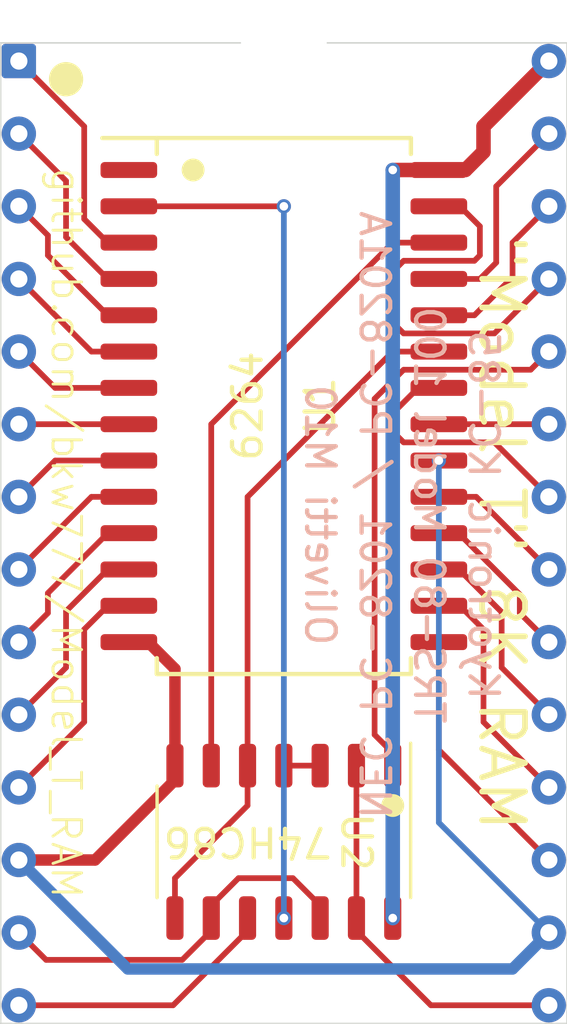
<source format=kicad_pcb>
(kicad_pcb (version 20171130) (host pcbnew 5.1.9-73d0e3b20d~88~ubuntu20.10.1)

  (general
    (thickness 1.6)
    (drawings 12)
    (tracks 128)
    (zones 0)
    (modules 4)
    (nets 32)
  )

  (page A4)
  (title_block
    (title "Model T 8K RAM Module b")
    (date 2021-04-13)
    (rev 001)
    (company b.kenyon.w@gmail.com)
  )

  (layers
    (0 F.Cu signal)
    (31 B.Cu signal)
    (32 B.Adhes user hide)
    (33 F.Adhes user hide)
    (34 B.Paste user hide)
    (35 F.Paste user hide)
    (36 B.SilkS user)
    (37 F.SilkS user)
    (38 B.Mask user)
    (39 F.Mask user)
    (40 Dwgs.User user)
    (41 Cmts.User user hide)
    (42 Eco1.User user hide)
    (43 Eco2.User user hide)
    (44 Edge.Cuts user)
    (45 Margin user hide)
    (46 B.CrtYd user hide)
    (47 F.CrtYd user hide)
  )

  (setup
    (last_trace_width 0.2)
    (user_trace_width 0.4)
    (trace_clearance 0.2)
    (zone_clearance 0.508)
    (zone_45_only no)
    (trace_min 0.2)
    (via_size 0.5)
    (via_drill 0.3)
    (via_min_size 0.5)
    (via_min_drill 0.3)
    (user_via 1.2 0.6)
    (uvia_size 0.5)
    (uvia_drill 0.3)
    (uvias_allowed no)
    (uvia_min_size 0.5)
    (uvia_min_drill 0.3)
    (edge_width 0.05)
    (segment_width 0.2)
    (pcb_text_width 0.3)
    (pcb_text_size 1.5 1.5)
    (mod_edge_width 0.12)
    (mod_text_size 1 1)
    (mod_text_width 0.15)
    (pad_size 1.524 1.524)
    (pad_drill 0.762)
    (pad_to_mask_clearance 0)
    (solder_mask_min_width 0.22)
    (aux_axis_origin 0 0)
    (grid_origin 147.32 99.06)
    (visible_elements FFFFFF7F)
    (pcbplotparams
      (layerselection 0x010f0_ffffffff)
      (usegerberextensions false)
      (usegerberattributes true)
      (usegerberadvancedattributes true)
      (creategerberjobfile true)
      (excludeedgelayer true)
      (linewidth 0.100000)
      (plotframeref false)
      (viasonmask false)
      (mode 1)
      (useauxorigin false)
      (hpglpennumber 1)
      (hpglpenspeed 20)
      (hpglpendiameter 15.000000)
      (psnegative false)
      (psa4output false)
      (plotreference true)
      (plotvalue true)
      (plotinvisibletext false)
      (padsonsilk false)
      (subtractmaskfromsilk false)
      (outputformat 1)
      (mirror false)
      (drillshape 0)
      (scaleselection 1)
      (outputdirectory "GERBER_Model_T_RAM_b"))
  )

  (net 0 "")
  (net 1 /~CS_C)
  (net 2 /~CS_D)
  (net 3 GND)
  (net 4 /~CS_A)
  (net 5 /~CS_B)
  (net 6 VCC)
  (net 7 /CE2)
  (net 8 /A11)
  (net 9 /A12)
  (net 10 "Net-(U2-Pad3)")
  (net 11 /A7)
  (net 12 /A6)
  (net 13 /A5)
  (net 14 /AD3)
  (net 15 /A4)
  (net 16 /AD4)
  (net 17 /A3)
  (net 18 /AD5)
  (net 19 /A2)
  (net 20 /AD6)
  (net 21 /A1)
  (net 22 /AD7)
  (net 23 /A0)
  (net 24 /~OE)
  (net 25 /AD0)
  (net 26 /A10)
  (net 27 /AD1)
  (net 28 /AD2)
  (net 29 /~WE)
  (net 30 /A9)
  (net 31 /A8)

  (net_class Default "This is the default net class."
    (clearance 0.2)
    (trace_width 0.2)
    (via_dia 0.5)
    (via_drill 0.3)
    (uvia_dia 0.5)
    (uvia_drill 0.3)
    (add_net /A0)
    (add_net /A1)
    (add_net /A10)
    (add_net /A11)
    (add_net /A12)
    (add_net /A2)
    (add_net /A3)
    (add_net /A4)
    (add_net /A5)
    (add_net /A6)
    (add_net /A7)
    (add_net /A8)
    (add_net /A9)
    (add_net /AD0)
    (add_net /AD1)
    (add_net /AD2)
    (add_net /AD3)
    (add_net /AD4)
    (add_net /AD5)
    (add_net /AD6)
    (add_net /AD7)
    (add_net /CE2)
    (add_net /~CS_A)
    (add_net /~CS_B)
    (add_net /~CS_C)
    (add_net /~CS_D)
    (add_net /~OE)
    (add_net /~WE)
    (add_net GND)
    (add_net "Net-(U2-Pad3)")
    (add_net VCC)
  )

  (module 000_LOCAL:NPTH_3mm (layer F.Cu) (tedit 6074CF23) (tstamp 60764103)
    (at 147.32 81.915)
    (fp_text reference REF** (at 0 2 unlocked) (layer F.SilkS) hide
      (effects (font (size 1 1) (thickness 0.1)))
    )
    (fp_text value NPTH_3mm (at 0 -2) (layer F.Fab)
      (effects (font (size 1 1) (thickness 0.1)))
    )
    (pad "" np_thru_hole circle (at 0 0) (size 3 3) (drill 3) (layers *.Cu *.Mask))
  )

  (module 000_LOCAL:SOIC-14_3.9x8.7mm_P1.27mm (layer F.Cu) (tedit 6074EE1A) (tstamp 6075251B)
    (at 147.32 109.855 270)
    (descr "SOIC, 14 Pin (JEDEC MS-012AB, https://www.analog.com/media/en/package-pcb-resources/package/pkg_pdf/soic_narrow-r/r_14.pdf), generated with kicad-footprint-generator ipc_gullwing_generator.py")
    (tags "SOIC SO")
    (path /60785C24)
    (attr smd)
    (fp_text reference U2 (at 0 -2.54 270 unlocked) (layer F.SilkS)
      (effects (font (size 1 1) (thickness 0.15)))
    )
    (fp_text value 74HC86 (at 0 1.27 180 unlocked) (layer F.SilkS)
      (effects (font (size 1 1) (thickness 0.15)))
    )
    (fp_line (start 0 4.435) (end 1.95 4.435) (layer F.SilkS) (width 0.12))
    (fp_line (start 0 4.435) (end -1.95 4.435) (layer F.SilkS) (width 0.12))
    (fp_line (start 0 -4.435) (end 1.95 -4.435) (layer F.SilkS) (width 0.12))
    (fp_line (start 0 -4.435) (end -3.45 -4.435) (layer F.SilkS) (width 0.12))
    (fp_line (start -0.975 -4.325) (end 1.95 -4.325) (layer F.Fab) (width 0.1))
    (fp_line (start 1.95 -4.325) (end 1.95 4.325) (layer F.Fab) (width 0.1))
    (fp_line (start 1.95 4.325) (end -1.95 4.325) (layer F.Fab) (width 0.1))
    (fp_line (start -1.95 4.325) (end -1.95 -3.35) (layer F.Fab) (width 0.1))
    (fp_line (start -1.95 -3.35) (end -0.975 -4.325) (layer F.Fab) (width 0.1))
    (fp_line (start -3.7 -4.58) (end -3.7 4.58) (layer F.CrtYd) (width 0.05))
    (fp_line (start -3.7 4.58) (end 3.7 4.58) (layer F.CrtYd) (width 0.05))
    (fp_line (start 3.7 4.58) (end 3.7 -4.58) (layer F.CrtYd) (width 0.05))
    (fp_line (start 3.7 -4.58) (end -3.7 -4.58) (layer F.CrtYd) (width 0.05))
    (fp_text user %R (at 0 0 90) (layer F.Fab)
      (effects (font (size 0.98 0.98) (thickness 0.15)))
    )
    (pad 14 smd roundrect (at 2.6655 -3.81 270) (size 1.524 0.6) (layers F.Cu F.Paste F.Mask) (roundrect_rratio 0.25)
      (net 6 VCC))
    (pad 13 smd roundrect (at 2.6655 -2.54 270) (size 1.524 0.6) (layers F.Cu F.Paste F.Mask) (roundrect_rratio 0.25)
      (net 1 /~CS_C))
    (pad 12 smd roundrect (at 2.6655 -1.27 270) (size 1.524 0.6) (layers F.Cu F.Paste F.Mask) (roundrect_rratio 0.25)
      (net 4 /~CS_A))
    (pad 11 smd roundrect (at 2.6655 0 270) (size 1.524 0.6) (layers F.Cu F.Paste F.Mask) (roundrect_rratio 0.25)
      (net 9 /A12))
    (pad 10 smd roundrect (at 2.6655 1.27 270) (size 1.524 0.6) (layers F.Cu F.Paste F.Mask) (roundrect_rratio 0.25)
      (net 5 /~CS_B))
    (pad 9 smd roundrect (at 2.6655 2.54 270) (size 1.524 0.6) (layers F.Cu F.Paste F.Mask) (roundrect_rratio 0.25)
      (net 4 /~CS_A))
    (pad 8 smd roundrect (at 2.6655 3.81 270) (size 1.524 0.6) (layers F.Cu F.Paste F.Mask) (roundrect_rratio 0.25)
      (net 8 /A11))
    (pad 7 smd roundrect (at -2.6655 3.81 270) (size 1.524 0.6) (layers F.Cu F.Paste F.Mask) (roundrect_rratio 0.25)
      (net 3 GND))
    (pad 6 smd roundrect (at -2.6655 2.54 270) (size 1.524 0.6) (layers F.Cu F.Paste F.Mask) (roundrect_rratio 0.25)
      (net 7 /CE2))
    (pad 5 smd roundrect (at -2.6655 1.27 270) (size 1.524 0.6) (layers F.Cu F.Paste F.Mask) (roundrect_rratio 0.25)
      (net 8 /A11))
    (pad 4 smd roundrect (at -2.6655 0 270) (size 1.524 0.6) (layers F.Cu F.Paste F.Mask) (roundrect_rratio 0.25)
      (net 10 "Net-(U2-Pad3)"))
    (pad 3 smd roundrect (at -2.6655 -1.27 270) (size 1.524 0.6) (layers F.Cu F.Paste F.Mask) (roundrect_rratio 0.25)
      (net 10 "Net-(U2-Pad3)"))
    (pad 2 smd roundrect (at -2.6655 -2.54 270) (size 1.524 0.6) (layers F.Cu F.Paste F.Mask) (roundrect_rratio 0.25)
      (net 1 /~CS_C))
    (pad 1 smd roundrect (at -2.6655 -3.81 270) (size 1.524 0.6) (layers F.Cu F.Paste F.Mask) (roundrect_rratio 0.25)
      (net 2 /~CS_D))
    (model ${KIPRJMOD}/000_LOCAL.pretty/packages3d/SOIC-14_3.9x8.7mm_P1.27mm.step
      (at (xyz 0 0 0))
      (scale (xyz 1 1 1))
      (rotate (xyz 0 0 0))
    )
  )

  (module 000_LOCAL:AS6C6264-55SCN (layer F.Cu) (tedit 6074F0E5) (tstamp 607524FB)
    (at 147.32 94.615)
    (path /60748B1A)
    (attr smd)
    (fp_text reference U1 (at 1.27 0 -90) (layer F.SilkS)
      (effects (font (size 1 1) (thickness 0.15)))
    )
    (fp_text value 6264 (at -1.27 0 -90) (layer F.SilkS)
      (effects (font (size 1 1) (thickness 0.15)))
    )
    (fp_circle (center -3.175 -8.255) (end -2.975 -8.255) (layer F.SilkS) (width 0.4))
    (fp_line (start 4.445 -8.81634) (end 4.445 -9.3726) (layer F.SilkS) (width 0.1524))
    (fp_line (start -4.445 8.81634) (end -4.445 9.3726) (layer F.SilkS) (width 0.1524))
    (fp_line (start -4.445 -9.3726) (end -4.445 -8.81634) (layer F.SilkS) (width 0.1524))
    (fp_line (start 4.445 -9.3726) (end -6.35 -9.3726) (layer F.SilkS) (width 0.1524))
    (fp_line (start 4.445 9.3726) (end 4.445 8.81634) (layer F.SilkS) (width 0.1524))
    (fp_line (start -4.445 9.3726) (end 4.445 9.3726) (layer F.SilkS) (width 0.1524))
    (pad 28 smd roundrect (at 5.4229 -8.255) (size 1.9812 0.5588) (layers F.Cu F.Paste F.Mask) (roundrect_rratio 0.25)
      (net 6 VCC))
    (pad 27 smd roundrect (at 5.4229 -6.985) (size 1.9812 0.5588) (layers F.Cu F.Paste F.Mask) (roundrect_rratio 0.25)
      (net 29 /~WE))
    (pad 26 smd roundrect (at 5.4229 -5.715) (size 1.9812 0.5588) (layers F.Cu F.Paste F.Mask) (roundrect_rratio 0.25)
      (net 7 /CE2))
    (pad 25 smd roundrect (at 5.4229 -4.445) (size 1.9812 0.5588) (layers F.Cu F.Paste F.Mask) (roundrect_rratio 0.25)
      (net 31 /A8))
    (pad 24 smd roundrect (at 5.4229 -3.175) (size 1.9812 0.5588) (layers F.Cu F.Paste F.Mask) (roundrect_rratio 0.25)
      (net 30 /A9))
    (pad 23 smd roundrect (at 5.4229 -1.905) (size 1.9812 0.5588) (layers F.Cu F.Paste F.Mask) (roundrect_rratio 0.25)
      (net 8 /A11))
    (pad 22 smd roundrect (at 5.4229 -0.635) (size 1.9812 0.5588) (layers F.Cu F.Paste F.Mask) (roundrect_rratio 0.25)
      (net 24 /~OE))
    (pad 21 smd roundrect (at 5.4229 0.635) (size 1.9812 0.5588) (layers F.Cu F.Paste F.Mask) (roundrect_rratio 0.25)
      (net 26 /A10))
    (pad 20 smd roundrect (at 5.4229 1.905) (size 1.9812 0.5588) (layers F.Cu F.Paste F.Mask) (roundrect_rratio 0.25)
      (net 3 GND))
    (pad 19 smd roundrect (at 5.4229 3.175) (size 1.9812 0.5588) (layers F.Cu F.Paste F.Mask) (roundrect_rratio 0.25)
      (net 22 /AD7))
    (pad 18 smd roundrect (at 5.4229 4.445) (size 1.9812 0.5588) (layers F.Cu F.Paste F.Mask) (roundrect_rratio 0.25)
      (net 20 /AD6))
    (pad 17 smd roundrect (at 5.4229 5.715) (size 1.9812 0.5588) (layers F.Cu F.Paste F.Mask) (roundrect_rratio 0.25)
      (net 18 /AD5))
    (pad 16 smd roundrect (at 5.4229 6.985) (size 1.9812 0.5588) (layers F.Cu F.Paste F.Mask) (roundrect_rratio 0.25)
      (net 16 /AD4))
    (pad 15 smd roundrect (at 5.4229 8.255) (size 1.9812 0.5588) (layers F.Cu F.Paste F.Mask) (roundrect_rratio 0.25)
      (net 14 /AD3))
    (pad 14 smd roundrect (at -5.4229 8.255) (size 1.9812 0.5588) (layers F.Cu F.Paste F.Mask) (roundrect_rratio 0.25)
      (net 3 GND))
    (pad 13 smd roundrect (at -5.4229 6.985) (size 1.9812 0.5588) (layers F.Cu F.Paste F.Mask) (roundrect_rratio 0.25)
      (net 28 /AD2))
    (pad 12 smd roundrect (at -5.4229 5.715) (size 1.9812 0.5588) (layers F.Cu F.Paste F.Mask) (roundrect_rratio 0.25)
      (net 27 /AD1))
    (pad 11 smd roundrect (at -5.4229 4.445) (size 1.9812 0.5588) (layers F.Cu F.Paste F.Mask) (roundrect_rratio 0.25)
      (net 25 /AD0))
    (pad 10 smd roundrect (at -5.4229 3.175) (size 1.9812 0.5588) (layers F.Cu F.Paste F.Mask) (roundrect_rratio 0.25)
      (net 23 /A0))
    (pad 9 smd roundrect (at -5.4229 1.905) (size 1.9812 0.5588) (layers F.Cu F.Paste F.Mask) (roundrect_rratio 0.25)
      (net 21 /A1))
    (pad 8 smd roundrect (at -5.4229 0.635) (size 1.9812 0.5588) (layers F.Cu F.Paste F.Mask) (roundrect_rratio 0.25)
      (net 19 /A2))
    (pad 7 smd roundrect (at -5.4229 -0.635) (size 1.9812 0.5588) (layers F.Cu F.Paste F.Mask) (roundrect_rratio 0.25)
      (net 17 /A3))
    (pad 6 smd roundrect (at -5.4229 -1.905) (size 1.9812 0.5588) (layers F.Cu F.Paste F.Mask) (roundrect_rratio 0.25)
      (net 15 /A4))
    (pad 5 smd roundrect (at -5.4229 -3.175) (size 1.9812 0.5588) (layers F.Cu F.Paste F.Mask) (roundrect_rratio 0.25)
      (net 13 /A5))
    (pad 4 smd roundrect (at -5.4229 -4.445) (size 1.9812 0.5588) (layers F.Cu F.Paste F.Mask) (roundrect_rratio 0.25)
      (net 12 /A6))
    (pad 3 smd roundrect (at -5.4229 -5.715) (size 1.9812 0.5588) (layers F.Cu F.Paste F.Mask) (roundrect_rratio 0.25)
      (net 11 /A7))
    (pad 2 smd roundrect (at -5.4229 -6.985) (size 1.9812 0.5588) (layers F.Cu F.Paste F.Mask) (roundrect_rratio 0.25)
      (net 9 /A12))
    (pad 1 smd roundrect (at -5.4229 -8.255) (size 1.9812 0.5588) (layers F.Cu F.Paste F.Mask) (roundrect_rratio 0.25))
    (model ${KIPRJMOD}/000_LOCAL.pretty/packages3d/SOP-28_MIL330_ALL.step
      (at (xyz 0 0 0))
      (scale (xyz 1 1 1))
      (rotate (xyz 0 0 0))
    )
  )

  (module 000_LOCAL:DIP28_0.73_pcb_sil_pins (layer F.Cu) (tedit 6074CBA6) (tstamp 6074D6F1)
    (at 147.32 99.06)
    (descr "28-lead though-hole mounted DIP package, row spacing 15.24 mm (600 mils)")
    (tags "THT DIP DIL PDIP 2.54mm 15.24mm 600mil")
    (path /60746CE1)
    (fp_text reference J1 (at 0 0 -90) (layer F.SilkS) hide
      (effects (font (size 1 1) (thickness 0.15)))
    )
    (fp_text value KC-85_RAM (at -1.5 0 -90) (layer F.Fab)
      (effects (font (size 1 1) (thickness 0.15)))
    )
    (fp_line (start -9.8806 -17.1196) (end -9.8806 17.1196) (layer F.CrtYd) (width 0.01))
    (fp_line (start -9.8806 17.1196) (end 9.8806 17.1196) (layer F.CrtYd) (width 0.01))
    (fp_line (start 9.8806 17.1196) (end 9.8806 -17.1196) (layer F.CrtYd) (width 0.01))
    (fp_line (start 9.8806 -17.1196) (end -9.8806 -17.1196) (layer F.CrtYd) (width 0.01))
    (fp_text user %R (at 0 0 -90) (layer F.Fab)
      (effects (font (size 1 1) (thickness 0.15)))
    )
    (pad 1 thru_hole roundrect (at -9.271 -16.51) (size 1.2 1.2) (drill 0.6) (layers *.Cu *.Mask) (roundrect_rratio 0.1)
      (net 11 /A7))
    (pad 15 thru_hole circle (at 9.271 16.51) (size 1.2 1.2) (drill 0.6) (layers *.Cu *.Mask)
      (net 1 /~CS_C))
    (pad 2 thru_hole circle (at -9.271 -13.97) (size 1.2 1.2) (drill 0.6) (layers *.Cu *.Mask)
      (net 12 /A6))
    (pad 16 thru_hole circle (at 9.271 13.97) (size 1.2 1.2) (drill 0.6) (layers *.Cu *.Mask)
      (net 3 GND))
    (pad 3 thru_hole circle (at -9.271 -11.43) (size 1.2 1.2) (drill 0.6) (layers *.Cu *.Mask)
      (net 13 /A5))
    (pad 17 thru_hole circle (at 9.271 11.43) (size 1.2 1.2) (drill 0.6) (layers *.Cu *.Mask)
      (net 14 /AD3))
    (pad 4 thru_hole circle (at -9.271 -8.89) (size 1.2 1.2) (drill 0.6) (layers *.Cu *.Mask)
      (net 15 /A4))
    (pad 18 thru_hole circle (at 9.271 8.89) (size 1.2 1.2) (drill 0.6) (layers *.Cu *.Mask)
      (net 16 /AD4))
    (pad 5 thru_hole circle (at -9.271 -6.35) (size 1.2 1.2) (drill 0.6) (layers *.Cu *.Mask)
      (net 17 /A3))
    (pad 19 thru_hole circle (at 9.271 6.35) (size 1.2 1.2) (drill 0.6) (layers *.Cu *.Mask)
      (net 18 /AD5))
    (pad 6 thru_hole circle (at -9.271 -3.81) (size 1.2 1.2) (drill 0.6) (layers *.Cu *.Mask)
      (net 19 /A2))
    (pad 20 thru_hole circle (at 9.271 3.81) (size 1.2 1.2) (drill 0.6) (layers *.Cu *.Mask)
      (net 20 /AD6))
    (pad 7 thru_hole circle (at -9.271 -1.27) (size 1.2 1.2) (drill 0.6) (layers *.Cu *.Mask)
      (net 21 /A1))
    (pad 21 thru_hole circle (at 9.271 1.27) (size 1.2 1.2) (drill 0.6) (layers *.Cu *.Mask)
      (net 22 /AD7))
    (pad 8 thru_hole circle (at -9.271 1.27) (size 1.2 1.2) (drill 0.6) (layers *.Cu *.Mask)
      (net 23 /A0))
    (pad 22 thru_hole circle (at 9.271 -1.27) (size 1.2 1.2) (drill 0.6) (layers *.Cu *.Mask)
      (net 24 /~OE))
    (pad 9 thru_hole circle (at -9.271 3.81) (size 1.2 1.2) (drill 0.6) (layers *.Cu *.Mask)
      (net 25 /AD0))
    (pad 23 thru_hole circle (at 9.271 -3.81) (size 1.2 1.2) (drill 0.6) (layers *.Cu *.Mask)
      (net 26 /A10))
    (pad 10 thru_hole circle (at -9.271 6.35) (size 1.2 1.2) (drill 0.6) (layers *.Cu *.Mask)
      (net 27 /AD1))
    (pad 24 thru_hole circle (at 9.271 -6.35) (size 1.2 1.2) (drill 0.6) (layers *.Cu *.Mask)
      (net 2 /~CS_D))
    (pad 11 thru_hole circle (at -9.271 8.89) (size 1.2 1.2) (drill 0.6) (layers *.Cu *.Mask)
      (net 28 /AD2))
    (pad 25 thru_hole circle (at 9.271 -8.89) (size 1.2 1.2) (drill 0.6) (layers *.Cu *.Mask)
      (net 29 /~WE))
    (pad 12 thru_hole circle (at -9.271 11.43) (size 1.2 1.2) (drill 0.6) (layers *.Cu *.Mask)
      (net 3 GND))
    (pad 26 thru_hole circle (at 9.271 -11.43) (size 1.2 1.2) (drill 0.6) (layers *.Cu *.Mask)
      (net 30 /A9))
    (pad 13 thru_hole circle (at -9.271 13.97) (size 1.2 1.2) (drill 0.6) (layers *.Cu *.Mask)
      (net 4 /~CS_A))
    (pad 27 thru_hole circle (at 9.271 -13.97) (size 1.2 1.2) (drill 0.6) (layers *.Cu *.Mask)
      (net 31 /A8))
    (pad 14 thru_hole circle (at -9.271 16.51) (size 1.2 1.2) (drill 0.6) (layers *.Cu *.Mask)
      (net 5 /~CS_B))
    (pad 28 thru_hole circle (at 9.271 -16.51) (size 1.2 1.2) (drill 0.6) (layers *.Cu *.Mask)
      (net 6 VCC))
    (model ${KIPRJMOD}/000_LOCAL.pretty/packages3d/DIL_LEG.step
      (offset (xyz -9.271000000000001 16.51 0.18034))
      (scale (xyz 1 1 1))
      (rotate (xyz 0 0 0))
    )
    (model ${KIPRJMOD}/000_LOCAL.pretty/packages3d/DIL_LEG.step
      (offset (xyz -9.271000000000001 13.97 0.18034))
      (scale (xyz 1 1 1))
      (rotate (xyz 0 0 0))
    )
    (model ${KIPRJMOD}/000_LOCAL.pretty/packages3d/DIL_LEG.step
      (offset (xyz -9.271000000000001 11.43 0.18034))
      (scale (xyz 1 1 1))
      (rotate (xyz 0 0 0))
    )
    (model ${KIPRJMOD}/000_LOCAL.pretty/packages3d/DIL_LEG.step
      (offset (xyz -9.271000000000001 8.890000000000001 0.18034))
      (scale (xyz 1 1 1))
      (rotate (xyz 0 0 0))
    )
    (model ${KIPRJMOD}/000_LOCAL.pretty/packages3d/DIL_LEG.step
      (offset (xyz -9.271000000000001 6.35 0.18034))
      (scale (xyz 1 1 1))
      (rotate (xyz 0 0 0))
    )
    (model ${KIPRJMOD}/000_LOCAL.pretty/packages3d/DIL_LEG.step
      (offset (xyz -9.271000000000001 3.81 0.18034))
      (scale (xyz 1 1 1))
      (rotate (xyz 0 0 0))
    )
    (model ${KIPRJMOD}/000_LOCAL.pretty/packages3d/DIL_LEG.step
      (offset (xyz -9.271000000000001 1.27 0.18034))
      (scale (xyz 1 1 1))
      (rotate (xyz 0 0 0))
    )
    (model ${KIPRJMOD}/000_LOCAL.pretty/packages3d/DIL_LEG.step
      (offset (xyz -9.271000000000001 -1.27 0.18034))
      (scale (xyz 1 1 1))
      (rotate (xyz 0 0 0))
    )
    (model ${KIPRJMOD}/000_LOCAL.pretty/packages3d/DIL_LEG.step
      (offset (xyz -9.271000000000001 -3.81 0.18034))
      (scale (xyz 1 1 1))
      (rotate (xyz 0 0 0))
    )
    (model ${KIPRJMOD}/000_LOCAL.pretty/packages3d/DIL_LEG.step
      (offset (xyz -9.271000000000001 -6.35 0.18034))
      (scale (xyz 1 1 1))
      (rotate (xyz 0 0 0))
    )
    (model ${KIPRJMOD}/000_LOCAL.pretty/packages3d/DIL_LEG.step
      (offset (xyz -9.271000000000001 -8.890000000000001 0.18034))
      (scale (xyz 1 1 1))
      (rotate (xyz 0 0 0))
    )
    (model ${KIPRJMOD}/000_LOCAL.pretty/packages3d/DIL_LEG.step
      (offset (xyz -9.271000000000001 -11.43 0.18034))
      (scale (xyz 1 1 1))
      (rotate (xyz 0 0 0))
    )
    (model ${KIPRJMOD}/000_LOCAL.pretty/packages3d/DIL_LEG.step
      (offset (xyz -9.271000000000001 -13.97 0.18034))
      (scale (xyz 1 1 1))
      (rotate (xyz 0 0 0))
    )
    (model ${KIPRJMOD}/000_LOCAL.pretty/packages3d/DIL_LEG.step
      (offset (xyz -9.271000000000001 -16.51 0.18034))
      (scale (xyz 1 1 1))
      (rotate (xyz 0 0 0))
    )
    (model ${KIPRJMOD}/000_LOCAL.pretty/packages3d/DIL_LEG.step
      (offset (xyz 9.271000000000001 -16.51 0.18034))
      (scale (xyz 1 1 1))
      (rotate (xyz 0 0 0))
    )
    (model ${KIPRJMOD}/000_LOCAL.pretty/packages3d/DIL_LEG.step
      (offset (xyz 9.271000000000001 -13.97 0.18034))
      (scale (xyz 1 1 1))
      (rotate (xyz 0 0 0))
    )
    (model ${KIPRJMOD}/000_LOCAL.pretty/packages3d/DIL_LEG.step
      (offset (xyz 9.271000000000001 -11.43 0.18034))
      (scale (xyz 1 1 1))
      (rotate (xyz 0 0 0))
    )
    (model ${KIPRJMOD}/000_LOCAL.pretty/packages3d/DIL_LEG.step
      (offset (xyz 9.271000000000001 -8.890000000000001 0.18034))
      (scale (xyz 1 1 1))
      (rotate (xyz 0 0 0))
    )
    (model ${KIPRJMOD}/000_LOCAL.pretty/packages3d/DIL_LEG.step
      (offset (xyz 9.271000000000001 -6.35 0.18034))
      (scale (xyz 1 1 1))
      (rotate (xyz 0 0 0))
    )
    (model ${KIPRJMOD}/000_LOCAL.pretty/packages3d/DIL_LEG.step
      (offset (xyz 9.271000000000001 -3.81 0.18034))
      (scale (xyz 1 1 1))
      (rotate (xyz 0 0 0))
    )
    (model ${KIPRJMOD}/000_LOCAL.pretty/packages3d/DIL_LEG.step
      (offset (xyz 9.271000000000001 -1.27 0.18034))
      (scale (xyz 1 1 1))
      (rotate (xyz 0 0 0))
    )
    (model ${KIPRJMOD}/000_LOCAL.pretty/packages3d/DIL_LEG.step
      (offset (xyz 9.271000000000001 1.27 0.18034))
      (scale (xyz 1 1 1))
      (rotate (xyz 0 0 0))
    )
    (model ${KIPRJMOD}/000_LOCAL.pretty/packages3d/DIL_LEG.step
      (offset (xyz 9.271000000000001 3.81 0.18034))
      (scale (xyz 1 1 1))
      (rotate (xyz 0 0 0))
    )
    (model ${KIPRJMOD}/000_LOCAL.pretty/packages3d/DIL_LEG.step
      (offset (xyz 9.271000000000001 6.35 0.18034))
      (scale (xyz 1 1 1))
      (rotate (xyz 0 0 0))
    )
    (model ${KIPRJMOD}/000_LOCAL.pretty/packages3d/DIL_LEG.step
      (offset (xyz 9.271000000000001 8.890000000000001 0.18034))
      (scale (xyz 1 1 1))
      (rotate (xyz 0 0 0))
    )
    (model ${KIPRJMOD}/000_LOCAL.pretty/packages3d/DIL_LEG.step
      (offset (xyz 9.271000000000001 11.43 0.18034))
      (scale (xyz 1 1 1))
      (rotate (xyz 0 0 0))
    )
    (model ${KIPRJMOD}/000_LOCAL.pretty/packages3d/DIL_LEG.step
      (offset (xyz 9.271000000000001 13.97 0.18034))
      (scale (xyz 1 1 1))
      (rotate (xyz 0 0 0))
    )
    (model ${KIPRJMOD}/000_LOCAL.pretty/packages3d/DIL_LEG.step
      (offset (xyz 9.271000000000001 16.51 0.18034))
      (scale (xyz 1 1 1))
      (rotate (xyz 0 0 0))
    )
  )

  (gr_text "Olivetti M10" (at 148.59 98.425 -90) (layer B.SilkS) (tstamp 607655A1)
    (effects (font (size 1 1) (thickness 0.15)) (justify mirror))
  )
  (gr_text "NEC PC-8201 / PC-8201A" (at 150.495 98.425 -90) (layer B.SilkS) (tstamp 6076559F)
    (effects (font (size 1 1) (thickness 0.15)) (justify mirror))
  )
  (gr_text "TRS-80 Model 100" (at 152.4 98.425 -90) (layer B.SilkS) (tstamp 6076559D)
    (effects (font (size 1 1) (thickness 0.15)) (justify mirror))
  )
  (gr_text "Kyotronic KC-85" (at 154.305 98.425 -90) (layer B.SilkS)
    (effects (font (size 1 1) (thickness 0.15)) (justify mirror))
  )
  (gr_text github.com/bkw777/Model_T_RAM (at 139.7 99.06 -90) (layer F.SilkS) (tstamp 607651F7)
    (effects (font (size 1 1) (thickness 0.1)))
  )
  (gr_text "\"Model T\" 8K RAM" (at 154.94 99.06 -90) (layer F.SilkS)
    (effects (font (size 1.5 1.5) (thickness 0.2)))
  )
  (gr_circle (center 151.13 108.585) (end 151.33 108.585) (layer F.SilkS) (width 0.4))
  (gr_circle (center 139.7 83.185) (end 140 83.185) (layer F.SilkS) (width 0.6))
  (gr_line (start 157.226 81.915) (end 137.414 81.915) (layer Edge.Cuts) (width 0.05) (tstamp 6074DB6C))
  (gr_line (start 157.226 116.205) (end 157.226 81.915) (layer Edge.Cuts) (width 0.05))
  (gr_line (start 137.414 116.205) (end 157.226 116.205) (layer Edge.Cuts) (width 0.05))
  (gr_line (start 137.414 81.915) (end 137.414 116.205) (layer Edge.Cuts) (width 0.05))

  (segment (start 152.4635 115.57) (end 156.591 115.57) (width 0.2) (layer F.Cu) (net 1))
  (segment (start 149.86 112.9665) (end 152.4635 115.57) (width 0.2) (layer F.Cu) (net 1))
  (segment (start 149.86 107.1895) (end 149.86 112.9665) (width 0.2) (layer F.Cu) (net 1))
  (segment (start 155.956 93.345) (end 156.591 92.71) (width 0.2) (layer F.Cu) (net 2))
  (segment (start 151.511 93.345) (end 155.956 93.345) (width 0.2) (layer F.Cu) (net 2))
  (segment (start 150.495 94.361) (end 151.511 93.345) (width 0.2) (layer F.Cu) (net 2))
  (segment (start 150.495 106.1085) (end 150.495 94.361) (width 0.2) (layer F.Cu) (net 2))
  (segment (start 151.13 106.7435) (end 150.495 106.1085) (width 0.2) (layer F.Cu) (net 2))
  (segment (start 151.13 107.1895) (end 151.13 106.7435) (width 0.2) (layer F.Cu) (net 2))
  (segment (start 156.53134 112.97034) (end 156.591 113.03) (width 0.4) (layer B.Cu) (net 3))
  (segment (start 152.7429 109.1819) (end 156.591 113.03) (width 0.2) (layer B.Cu) (net 3))
  (segment (start 152.7429 96.52) (end 152.7429 109.1819) (width 0.2) (layer B.Cu) (net 3))
  (via (at 152.7429 96.52) (size 0.5) (drill 0.3) (layers F.Cu B.Cu) (net 3))
  (segment (start 155.321 114.3) (end 141.859 114.3) (width 0.4) (layer B.Cu) (net 3))
  (segment (start 141.859 114.3) (end 138.049 110.49) (width 0.4) (layer B.Cu) (net 3))
  (segment (start 156.591 113.03) (end 155.321 114.3) (width 0.4) (layer B.Cu) (net 3))
  (segment (start 143.51 107.696) (end 143.51 107.1895) (width 0.4) (layer F.Cu) (net 3))
  (segment (start 140.716 110.49) (end 143.51 107.696) (width 0.4) (layer F.Cu) (net 3))
  (segment (start 138.049 110.49) (end 140.716 110.49) (width 0.4) (layer F.Cu) (net 3))
  (segment (start 142.573375 102.87) (end 141.8971 102.87) (width 0.4) (layer F.Cu) (net 3))
  (segment (start 143.51 103.806625) (end 142.573375 102.87) (width 0.4) (layer F.Cu) (net 3))
  (segment (start 143.51 107.1895) (end 143.51 103.806625) (width 0.4) (layer F.Cu) (net 3))
  (segment (start 139.0015 113.9825) (end 138.049 113.03) (width 0.2) (layer F.Cu) (net 4))
  (segment (start 143.764 113.9825) (end 139.0015 113.9825) (width 0.2) (layer F.Cu) (net 4))
  (segment (start 144.78 112.9665) (end 143.764 113.9825) (width 0.2) (layer F.Cu) (net 4))
  (segment (start 144.78 112.0775) (end 144.78 112.9665) (width 0.2) (layer F.Cu) (net 4))
  (segment (start 145.7325 111.125) (end 144.78 112.0775) (width 0.2) (layer F.Cu) (net 4))
  (segment (start 147.6375 111.125) (end 145.7325 111.125) (width 0.2) (layer F.Cu) (net 4))
  (segment (start 148.59 112.0775) (end 147.6375 111.125) (width 0.2) (layer F.Cu) (net 4))
  (segment (start 148.59 112.5205) (end 148.59 112.0775) (width 0.2) (layer F.Cu) (net 4))
  (segment (start 143.4465 115.57) (end 138.049 115.57) (width 0.2) (layer F.Cu) (net 5))
  (segment (start 146.05 112.9665) (end 143.4465 115.57) (width 0.2) (layer F.Cu) (net 5))
  (segment (start 146.05 112.5205) (end 146.05 112.9665) (width 0.2) (layer F.Cu) (net 5))
  (via (at 151.13 112.5205) (size 0.5) (drill 0.3) (layers F.Cu B.Cu) (net 6))
  (segment (start 151.13 86.36) (end 151.13 112.5205) (width 0.508) (layer B.Cu) (net 6))
  (via (at 151.13 86.36) (size 0.5) (drill 0.3) (layers F.Cu B.Cu) (net 6))
  (segment (start 154.305 84.836) (end 156.591 82.55) (width 0.508) (layer F.Cu) (net 6))
  (segment (start 154.305 85.725) (end 154.305 84.836) (width 0.508) (layer F.Cu) (net 6))
  (segment (start 153.67 86.36) (end 154.305 85.725) (width 0.508) (layer F.Cu) (net 6))
  (segment (start 151.13 86.36) (end 153.67 86.36) (width 0.508) (layer F.Cu) (net 6))
  (segment (start 144.78 95.25) (end 144.78 107.1895) (width 0.2) (layer F.Cu) (net 7))
  (segment (start 151.13 88.9) (end 144.78 95.25) (width 0.2) (layer F.Cu) (net 7))
  (segment (start 152.7429 88.9) (end 151.13 88.9) (width 0.2) (layer F.Cu) (net 7))
  (segment (start 143.51 111.125) (end 143.51 112.5205) (width 0.2) (layer F.Cu) (net 8))
  (segment (start 146.05 108.585) (end 143.51 111.125) (width 0.2) (layer F.Cu) (net 8))
  (segment (start 146.05 107.1895) (end 146.05 108.585) (width 0.2) (layer F.Cu) (net 8))
  (segment (start 151.13 92.71) (end 152.7429 92.71) (width 0.2) (layer F.Cu) (net 8))
  (segment (start 146.05 97.79) (end 151.13 92.71) (width 0.2) (layer F.Cu) (net 8))
  (segment (start 146.05 107.1895) (end 146.05 97.79) (width 0.2) (layer F.Cu) (net 8))
  (via (at 147.32 87.63) (size 0.5) (drill 0.3) (layers F.Cu B.Cu) (net 9))
  (segment (start 147.32 87.63) (end 147.32 112.5205) (width 0.2) (layer B.Cu) (net 9))
  (via (at 147.32 112.5205) (size 0.5) (drill 0.3) (layers F.Cu B.Cu) (net 9))
  (segment (start 147.32 87.63) (end 141.8971 87.63) (width 0.2) (layer F.Cu) (net 9))
  (segment (start 147.32 107.1895) (end 148.59 107.1895) (width 0.2) (layer F.Cu) (net 10))
  (segment (start 141.1605 88.9) (end 141.8971 88.9) (width 0.2) (layer F.Cu) (net 11))
  (segment (start 140.335 88.0745) (end 141.1605 88.9) (width 0.2) (layer F.Cu) (net 11))
  (segment (start 140.335 84.836) (end 140.335 88.0745) (width 0.2) (layer F.Cu) (net 11))
  (segment (start 138.049 82.55) (end 140.335 84.836) (width 0.2) (layer F.Cu) (net 11))
  (segment (start 141.1605 90.17) (end 141.8971 90.17) (width 0.2) (layer F.Cu) (net 12))
  (segment (start 139.7 86.741) (end 139.7 88.7095) (width 0.2) (layer F.Cu) (net 12))
  (segment (start 139.7 88.7095) (end 141.1605 90.17) (width 0.2) (layer F.Cu) (net 12))
  (segment (start 138.049 85.09) (end 139.7 86.741) (width 0.2) (layer F.Cu) (net 12))
  (segment (start 139.065 89.3445) (end 141.1605 91.44) (width 0.2) (layer F.Cu) (net 13))
  (segment (start 141.1605 91.44) (end 141.8971 91.44) (width 0.2) (layer F.Cu) (net 13))
  (segment (start 139.065 88.646) (end 139.065 89.3445) (width 0.2) (layer F.Cu) (net 13))
  (segment (start 138.049 87.63) (end 139.065 88.646) (width 0.2) (layer F.Cu) (net 13))
  (segment (start 152.7429 106.6419) (end 152.7429 102.87) (width 0.2) (layer F.Cu) (net 14))
  (segment (start 156.591 110.49) (end 152.7429 106.6419) (width 0.2) (layer F.Cu) (net 14))
  (segment (start 140.589 92.71) (end 141.8971 92.71) (width 0.2) (layer F.Cu) (net 15))
  (segment (start 138.049 90.17) (end 140.589 92.71) (width 0.2) (layer F.Cu) (net 15))
  (segment (start 153.4795 101.6) (end 152.7429 101.6) (width 0.2) (layer F.Cu) (net 16))
  (segment (start 154.305 102.4255) (end 153.4795 101.6) (width 0.2) (layer F.Cu) (net 16))
  (segment (start 154.305 105.664) (end 154.305 102.4255) (width 0.2) (layer F.Cu) (net 16))
  (segment (start 156.591 107.95) (end 154.305 105.664) (width 0.2) (layer F.Cu) (net 16))
  (segment (start 139.319 93.98) (end 141.8971 93.98) (width 0.2) (layer F.Cu) (net 17))
  (segment (start 138.049 92.71) (end 139.319 93.98) (width 0.2) (layer F.Cu) (net 17))
  (segment (start 153.44775 100.33) (end 152.7429 100.33) (width 0.2) (layer F.Cu) (net 18))
  (segment (start 154.94 101.82225) (end 153.44775 100.33) (width 0.2) (layer F.Cu) (net 18))
  (segment (start 154.94 103.759) (end 154.94 101.82225) (width 0.2) (layer F.Cu) (net 18))
  (segment (start 156.591 105.41) (end 154.94 103.759) (width 0.2) (layer F.Cu) (net 18))
  (segment (start 138.049 95.25) (end 141.8971 95.25) (width 0.2) (layer F.Cu) (net 19))
  (segment (start 153.431875 99.06) (end 152.7429 99.06) (width 0.2) (layer F.Cu) (net 20))
  (segment (start 155.575 101.203125) (end 153.431875 99.06) (width 0.2) (layer F.Cu) (net 20))
  (segment (start 155.575 101.854) (end 155.575 101.203125) (width 0.2) (layer F.Cu) (net 20))
  (segment (start 156.591 102.87) (end 155.575 101.854) (width 0.2) (layer F.Cu) (net 20))
  (segment (start 139.319 96.52) (end 141.8971 96.52) (width 0.2) (layer F.Cu) (net 21))
  (segment (start 138.049 97.79) (end 139.319 96.52) (width 0.2) (layer F.Cu) (net 21))
  (segment (start 154.051 97.79) (end 152.7429 97.79) (width 0.2) (layer F.Cu) (net 22))
  (segment (start 156.591 100.33) (end 154.051 97.79) (width 0.2) (layer F.Cu) (net 22))
  (segment (start 140.589 97.79) (end 141.8971 97.79) (width 0.2) (layer F.Cu) (net 23))
  (segment (start 138.049 100.33) (end 140.589 97.79) (width 0.2) (layer F.Cu) (net 23))
  (segment (start 154.686 95.885) (end 156.591 97.79) (width 0.2) (layer F.Cu) (net 24))
  (segment (start 151.511 95.885) (end 154.686 95.885) (width 0.2) (layer F.Cu) (net 24))
  (segment (start 151.13 95.504) (end 151.511 95.885) (width 0.2) (layer F.Cu) (net 24))
  (segment (start 151.13 94.869) (end 151.13 95.504) (width 0.2) (layer F.Cu) (net 24))
  (segment (start 152.019 93.98) (end 151.13 94.869) (width 0.2) (layer F.Cu) (net 24))
  (segment (start 152.7429 93.98) (end 152.019 93.98) (width 0.2) (layer F.Cu) (net 24))
  (segment (start 141.1605 99.06) (end 141.8971 99.06) (width 0.2) (layer F.Cu) (net 25))
  (segment (start 139.065 101.854) (end 139.065 101.1555) (width 0.2) (layer F.Cu) (net 25))
  (segment (start 139.065 101.1555) (end 141.1605 99.06) (width 0.2) (layer F.Cu) (net 25))
  (segment (start 138.049 102.87) (end 139.065 101.854) (width 0.2) (layer F.Cu) (net 25))
  (segment (start 156.591 95.25) (end 152.7429 95.25) (width 0.2) (layer F.Cu) (net 26))
  (segment (start 141.1605 100.33) (end 141.8971 100.33) (width 0.2) (layer F.Cu) (net 27))
  (segment (start 139.7 101.7905) (end 141.1605 100.33) (width 0.2) (layer F.Cu) (net 27))
  (segment (start 139.7 103.759) (end 139.7 101.7905) (width 0.2) (layer F.Cu) (net 27))
  (segment (start 138.049 105.41) (end 139.7 103.759) (width 0.2) (layer F.Cu) (net 27))
  (segment (start 141.1605 101.6) (end 141.8971 101.6) (width 0.2) (layer F.Cu) (net 28))
  (segment (start 140.335 102.4255) (end 141.1605 101.6) (width 0.2) (layer F.Cu) (net 28))
  (segment (start 140.335 105.664) (end 140.335 102.4255) (width 0.2) (layer F.Cu) (net 28))
  (segment (start 138.049 107.95) (end 140.335 105.664) (width 0.2) (layer F.Cu) (net 28))
  (segment (start 153.4795 87.63) (end 152.7429 87.63) (width 0.2) (layer F.Cu) (net 29))
  (segment (start 154.178 88.3285) (end 153.4795 87.63) (width 0.2) (layer F.Cu) (net 29))
  (segment (start 154.178 89.3445) (end 154.178 88.3285) (width 0.2) (layer F.Cu) (net 29))
  (segment (start 153.9875 89.535) (end 154.178 89.3445) (width 0.2) (layer F.Cu) (net 29))
  (segment (start 151.511 89.535) (end 153.9875 89.535) (width 0.2) (layer F.Cu) (net 29))
  (segment (start 151.13 89.916) (end 151.511 89.535) (width 0.2) (layer F.Cu) (net 29))
  (segment (start 151.13 91.694) (end 151.13 89.916) (width 0.2) (layer F.Cu) (net 29))
  (segment (start 151.511 92.075) (end 151.13 91.694) (width 0.2) (layer F.Cu) (net 29))
  (segment (start 154.686 92.075) (end 151.511 92.075) (width 0.2) (layer F.Cu) (net 29))
  (segment (start 156.591 90.17) (end 154.686 92.075) (width 0.2) (layer F.Cu) (net 29))
  (segment (start 153.9875 91.44) (end 152.7429 91.44) (width 0.2) (layer F.Cu) (net 30))
  (segment (start 155.321 90.1065) (end 153.9875 91.44) (width 0.2) (layer F.Cu) (net 30))
  (segment (start 155.321 88.9) (end 155.321 90.1065) (width 0.2) (layer F.Cu) (net 30))
  (segment (start 156.591 87.63) (end 155.321 88.9) (width 0.2) (layer F.Cu) (net 30))
  (segment (start 154.178 90.17) (end 152.7429 90.17) (width 0.2) (layer F.Cu) (net 31))
  (segment (start 154.7495 89.5985) (end 154.178 90.17) (width 0.2) (layer F.Cu) (net 31))
  (segment (start 154.7495 86.9315) (end 154.7495 89.5985) (width 0.2) (layer F.Cu) (net 31))
  (segment (start 156.591 85.09) (end 154.7495 86.9315) (width 0.2) (layer F.Cu) (net 31))

  (zone (net 3) (net_name GND) (layer B.Cu) (tstamp 0) (hatch edge 0.508)
    (connect_pads (clearance 0.2))
    (min_thickness 0.2)
    (fill (arc_segments 32) (thermal_gap 0.2) (thermal_bridge_width 0.3) (smoothing fillet) (radius 0.1))
    (polygon
      (pts
        (xy 157.226 116.205) (xy 137.414 116.205) (xy 137.414 81.915) (xy 157.226 81.915)
      )
    )
  )
  (zone (net 3) (net_name GND) (layer F.Cu) (tstamp 0) (hatch edge 0.508)
    (connect_pads (clearance 0.2))
    (min_thickness 0.2)
    (fill (arc_segments 32) (thermal_gap 0.2) (thermal_bridge_width 0.3) (smoothing fillet) (radius 0.1))
    (polygon
      (pts
        (xy 157.226 116.205) (xy 137.414 116.205) (xy 137.414 81.915) (xy 157.226 81.915)
      )
    )
  )
)

</source>
